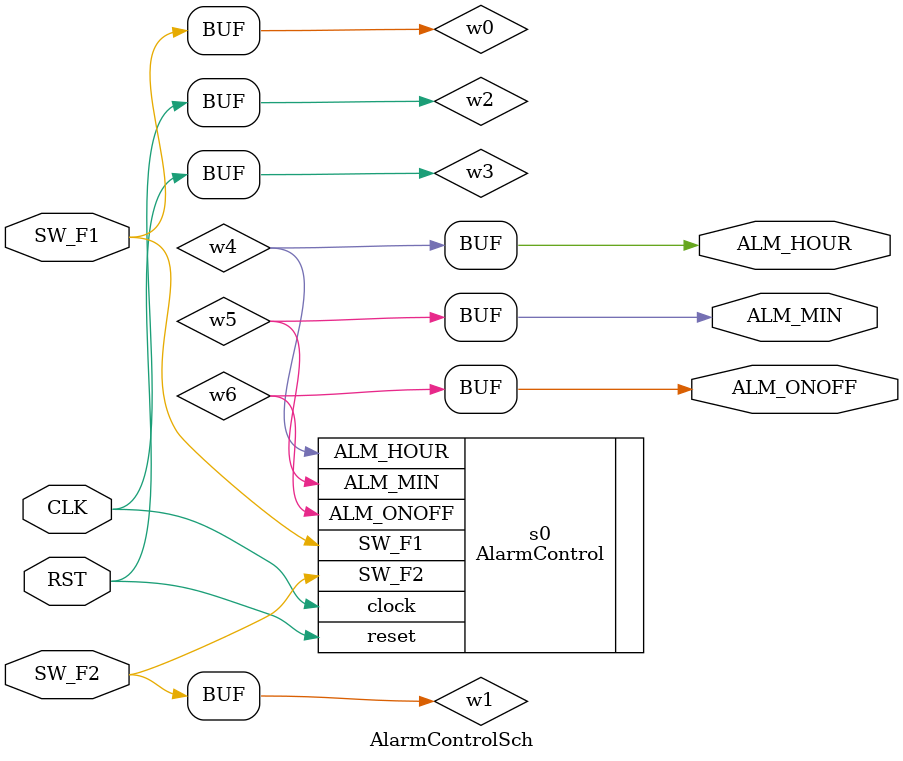
<source format=v>
module AlarmControlSch(CLK,RST,SW_F1,SW_F2,ALM_ONOFF,ALM_HOUR,ALM_MIN);

input CLK;
input RST;
input SW_F1;
input SW_F2;
output ALM_ONOFF;
output ALM_HOUR;
output ALM_MIN;

wire  w0;
wire  w1;
wire  w2;
wire  w3;
wire  w4;
wire  w5;
wire  w6;

assign w2 = CLK;
assign w3 = RST;
assign w0 = SW_F1;
assign w1 = SW_F2;
assign ALM_ONOFF = w6;
assign ALM_HOUR = w4;
assign ALM_MIN = w5;

AlarmControl
     #(
      .IDLE(0),
      .INCHOUR(6),
      .INCMIN(1),
      .SETHOUR(5),
      .SETMIN(2),
      .SETONOFF(3),
      .TOGGLE(4))
     s0 (
      .SW_F1(w0),
      .SW_F2(w1),
      .clock(w2),
      .reset(w3),
      .ALM_HOUR(w4),
      .ALM_MIN(w5),
      .ALM_ONOFF(w6));

endmodule


</source>
